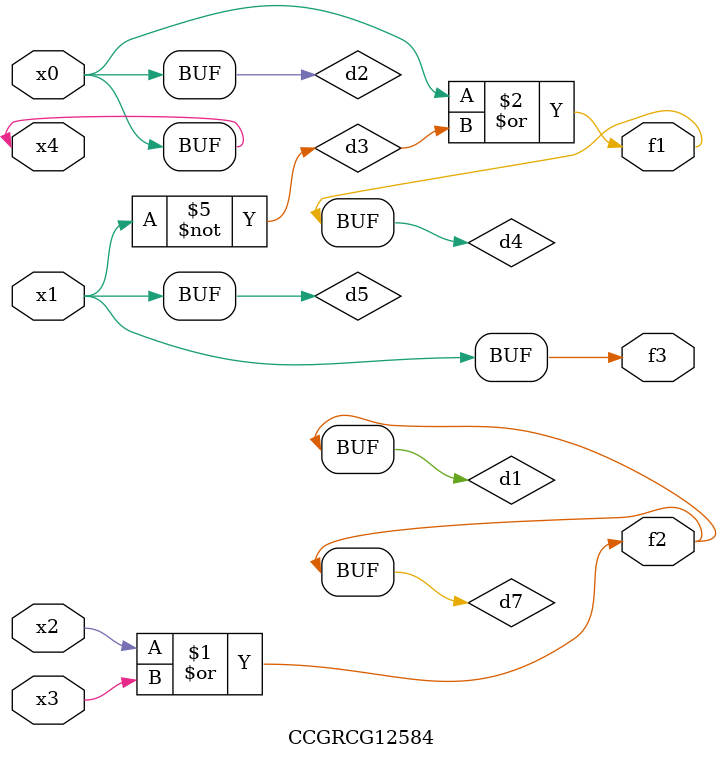
<source format=v>
module CCGRCG12584(
	input x0, x1, x2, x3, x4,
	output f1, f2, f3
);

	wire d1, d2, d3, d4, d5, d6, d7;

	or (d1, x2, x3);
	buf (d2, x0, x4);
	not (d3, x1);
	or (d4, d2, d3);
	not (d5, d3);
	nand (d6, d1, d3);
	or (d7, d1);
	assign f1 = d4;
	assign f2 = d7;
	assign f3 = d5;
endmodule

</source>
